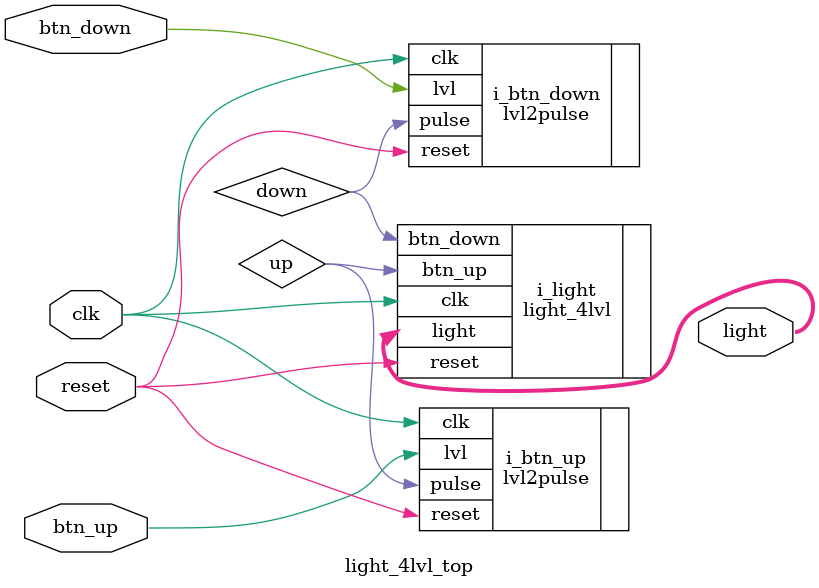
<source format=v>
module light_4lvl_top
(
	input clk,
	input reset,
	input btn_up,
	input btn_down,
	
	output [1:0] light
);
wire up;
wire down;
lvl2pulse i_btn_up
(
	.reset	(reset),
	.clk	(clk),
	.lvl	(btn_up),
	.pulse	(up)
);
lvl2pulse i_btn_down
(
	.reset	(reset),
	.clk	(clk),
	.lvl	(btn_down),
	.pulse	(down)
);
light_4lvl i_light
(
	.reset		(reset),
	.clk		(clk),
	.btn_up		(up),
	.btn_down	(down),
	.light		(light)
);
endmodule
</source>
